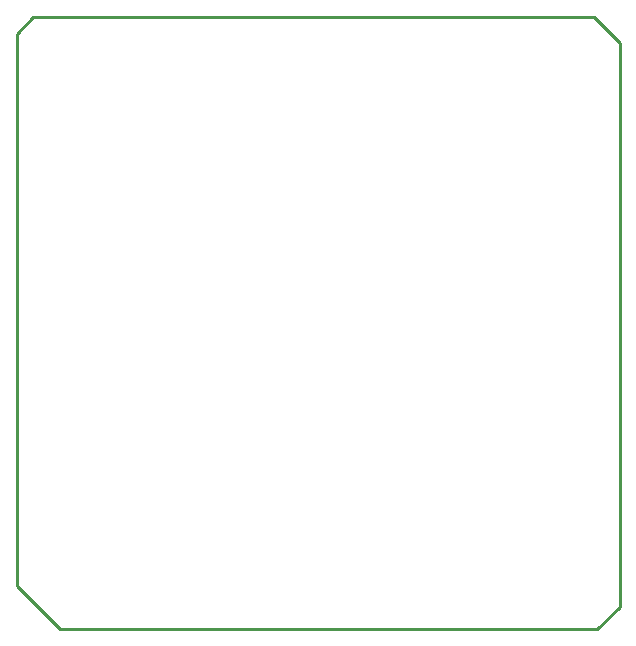
<source format=gko>
G04*
G04 #@! TF.GenerationSoftware,Altium Limited,Altium Designer,21.0.3 (12)*
G04*
G04 Layer_Color=16711935*
%FSLAX25Y25*%
%MOIN*%
G70*
G04*
G04 #@! TF.SameCoordinates,1F937BB2-0F7F-430D-ABFA-2F21A117A81B*
G04*
G04*
G04 #@! TF.FilePolarity,Positive*
G04*
G01*
G75*
%ADD32C,0.01000*%
D32*
X111500Y309500D02*
X297000D01*
X305500Y301000D01*
Y113000D02*
Y301000D01*
X298000Y105500D02*
X305500Y113000D01*
X119000Y105500D02*
X298000D01*
X104500Y120000D02*
X119000Y105500D01*
X104500Y120000D02*
Y304000D01*
X110000Y309500D01*
X111500D01*
M02*

</source>
